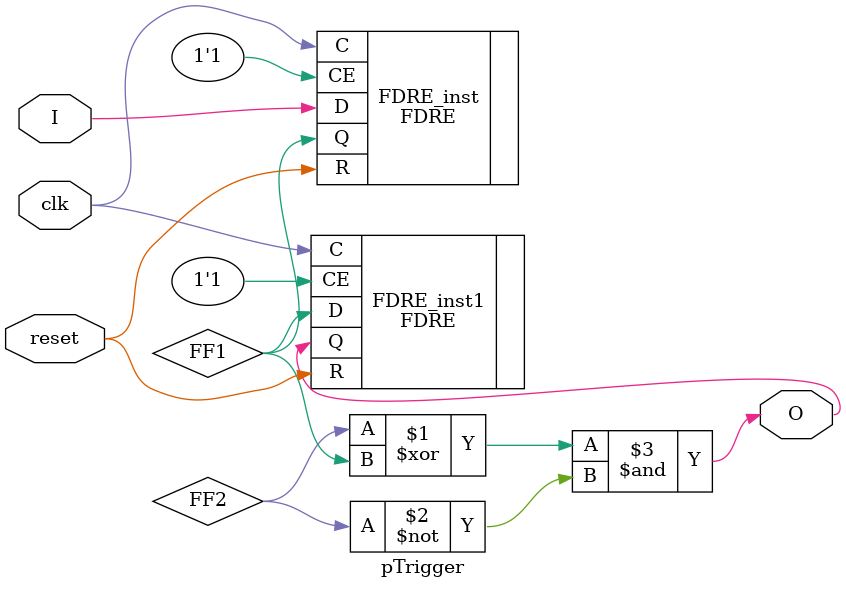
<source format=v>
module pTrigger(
output O,
input I,
input clk,
input reset
);


 wire FF1;
    
     FDRE
        #(
            .INIT(1'b0)//Initialvalueofregister(1'b0or1'b1)
         )
        FDRE_inst(
        .Q(FF1),//1-bit Data output
        .C(clk),//1-bit Clock input
        .CE(1'b1), //1-bit Clock enable input
        .R(reset),//1- bit Synchronous reset input
        .D(I)//1 -bit Data input
        );


    wire FF2;
    FDRE
        #(
            .INIT(1'b0)//Initialvalueofregister(1'b0or1'b1)
         )
        FDRE_inst1(
        .Q(O),//1-bit Data output
        .C(clk),//1-bit Clock input
        .CE(1'b1), //1-bit Clock enable input
        .R(reset),//1- bit Synchronous reset input
        .D(FF1)//1 -bit Data input
        );

    assign O = (FF2 ^ (FF1))&(~FF2);



endmodule
</source>
